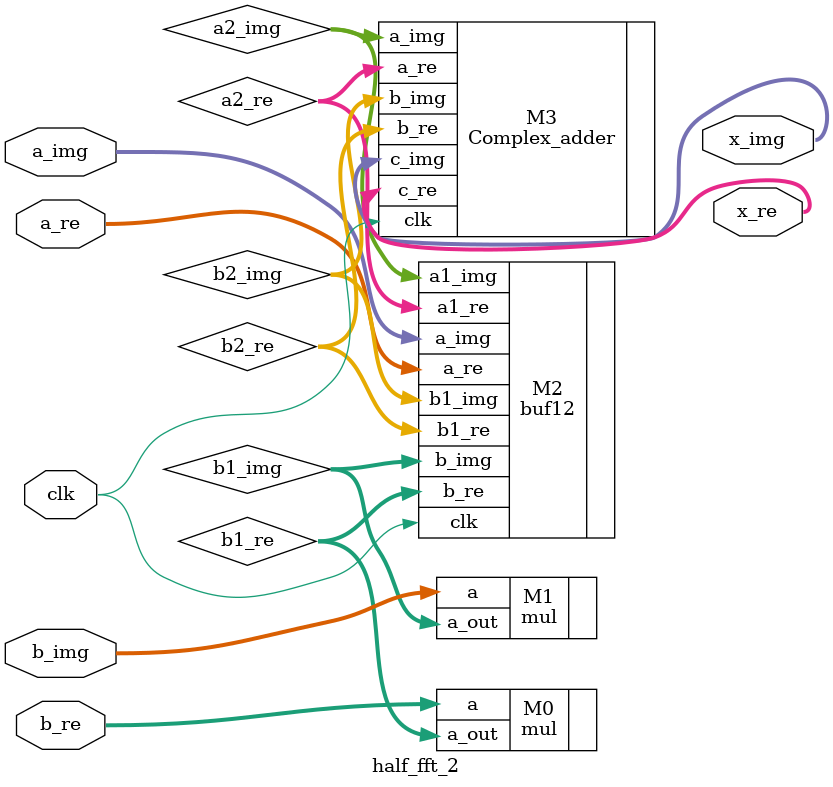
<source format=v>
`timescale 1ns / 1ps
module half_fft_2(
    input [31:0] a_re,
    input [31:0] a_img,
    input [31:0] b_re,
    input [31:0] b_img,
    input clk,
    output [31:0] x_re,
    output [31:0] x_img
    );

wire [31:0] a2_re,a2_img,b2_re,b2_img,b1_re,b1_img;
mul M0 (.a(b_re),.a_out(b1_re));
mul M1 (.a(b_img),.a_out(b1_img));
buf12 M2 (.a_re(a_re),.a_img(a_img),.b_re(b1_re),.b_img(b1_img),.clk(clk),.a1_re(a2_re),.a1_img(a2_img),.b1_re(b2_re),.b1_img(b2_img));
Complex_adder M3 (.a_re(a2_re),.a_img(a2_img),.b_re(b2_re),.b_img(b2_img),.clk(clk),.c_re(x_re),.c_img(x_img));
endmodule

</source>
